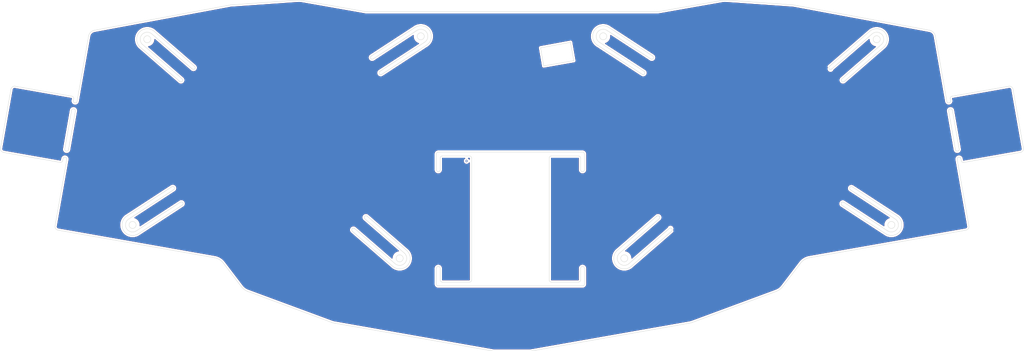
<source format=kicad_pcb>
(kicad_pcb (version 20211014) (generator pcbnew)
  (layers (0 "F.Cu" signal) (31 "B.Cu" signal) (34 "B.Paste" user) (35 "F.Paste" user) (36 "B.SilkS" user "B.Silkscreen") (37 "F.SilkS" user "F.Silkscreen") (38 "B.Mask" user) (39 "F.Mask" user) (44 "Edge.Cuts" user))
  (net 0 "")
  (gr_line (start 207.682197 204.356477) (end 217.37198 204.356477) (layer "Edge.Cuts") (width 0.1))
  (gr_line (start 231.412228 184.756731) (end 223.63417 184.756942) (layer "Edge.Cuts") (width 0.1))
  (gr_arc (start 105.958672 170.284217) (mid 103.237912 169.511249) (end 104.010886 166.79049) (layer "Edge.Cuts") (width 0.1))
  (gr_line (start 254.275999 107.961981) (end 272.207007 104.800261) (layer "Edge.Cuts") (width 0.1))
  (gr_line (start 191.08 180.866939) (end 191.08 185.31) (layer "Edge.Cuts") (width 0.1))
  (gr_line (start 341.220895 170.006758) (end 296.843327 177.831721) (layer "Edge.Cuts") (width 0.1))
  (gr_line (start 313.98 113.54) (end 302.462037 123.553983) (layer "Edge.Cuts") (width 0.1))
  (gr_line (start 336.874669 133.255176) (end 336.770324 132.657548) (layer "Edge.Cuts") (width 0.1))
  (gr_line (start 200.525 184.756942) (end 192.746942 184.756731) (layer "Edge.Cuts") (width 0.1))
  (gr_arc (start 185.212244 112.376178) (mid 189.293373 113.535636) (end 188.133924 117.616768) (layer "Edge.Cuts") (width 0.1))
  (gr_line (start 321.043289 166.79049) (end 308.483608 158.589612) (layer "Edge.Cuts") (width 0.1))
  (gr_arc (start 249.966878 124.944215) (mid 250.160097 125.62439) (end 249.479932 125.817647) (layer "Edge.Cuts") (width 0.1))
  (gr_line (start 246.486766 180.138548) (end 257.807848 170.298166) (layer "Edge.Cuts") (width 0.1))
  (gr_arc (start 246.486766 180.138548) (mid 242.244123 180.13855) (end 242.244125 175.895907) (layer "Edge.Cuts") (width 0.1))
  (gr_line (start 132.774641 106.096902) (end 94.135012 113.297435) (layer "Edge.Cuts") (width 0.1))
  (gr_line (start 92.531791 114.916291) (end 89.269585 133.446731) (layer "Edge.Cuts") (width 0.1))
  (gr_arc (start 321.530236 165.917059) (mid 322.689664 169.998179) (end 318.608556 171.157649) (layer "Edge.Cuts") (width 0.1))
  (gr_line (start 106.445619 171.157649) (end 119.063745 162.918608) (layer "Edge.Cuts") (width 0.1))
  (gr_arc (start 167.246327 170.298166) (mid 167.246317 169.591048) (end 167.953434 169.59106) (layer "Edge.Cuts") (width 0.1))
  (gr_line (start 110.563949 114.420709) (end 121.885031 124.26109) (layer "Edge.Cuts") (width 0.1))
  (gr_line (start 318.608556 171.157649) (end 306.048875 162.95677) (layer "Edge.Cuts") (width 0.1))
  (gr_circle (center 238.381091 114.996473) (end 239.381091 114.996473) (layer "Edge.Cuts") (width 0.1) (fill none))
  (gr_arc (start 223.07917 149.53) (mid 223.241038 149.1363) (end 223.63417 148.973058) (layer "Edge.Cuts") (width 0.1))
  (gr_arc (start 89.269585 133.446731) (mid 88.628768 133.895992) (end 88.179507 133.255176) (layer "Edge.Cuts") (width 0.1))
  (gr_line (start 201.08 184.2) (end 201.08 149.53) (layer "Edge.Cuts") (width 0.1))
  (gr_arc (start 192.19 149.528269) (mid 192.353242 149.135137) (end 192.746942 148.973269) (layer "Edge.Cuts") (width 0.1))
  (gr_line (start 231.96917 184.201731) (end 231.96917 180.866939) (layer "Edge.Cuts") (width 0.1))
  (gr_line (start 179.274516 179.431441) (end 167.953434 169.59106) (layer "Edge.Cuts") (width 0.1))
  (gr_line (start 87.840324 132.025914) (end 71.688689 129.177585) (layer "Edge.Cuts") (width 0.1))
  (gr_arc (start 83.833282 170.006758) (mid 83.187778 169.595527) (end 83.022122 168.848302) (layer "Edge.Cuts") (width 0.1))
  (gr_line (start 185.212244 112.376178) (end 172.652563 120.577056) (layer "Edge.Cuts") (width 0.1))
  (gr_arc (start 303.169144 124.26109) (mid 302.462036 124.26109) (end 302.462037 123.553983) (layer "Edge.Cuts") (width 0.1))
  (gr_arc (start 236.920251 117.616768) (mid 235.760761 113.535615) (end 239.84193 112.376178) (layer "Edge.Cuts") (width 0.1))
  (gr_line (start 340.539585 150.786731) (end 356.673485 147.938172) (layer "Edge.Cuts") (width 0.1))
  (gr_line (start 191.08 148.42) (end 191.08 152.863061) (layer "Edge.Cuts") (width 0.1))
  (gr_line (start 314.490226 114.420709) (end 303.169144 124.26109) (layer "Edge.Cuts") (width 0.1))
  (gr_line (start 171.47277 108.02275) (end 253.581405 108.02275) (layer "Edge.Cuts") (width 0.1))
  (gr_arc (start 340.539585 150.786731) (mid 340.126132 150.694818) (end 339.898768 150.33747) (layer "Edge.Cuts") (width 0.1))
  (gr_line (start 161.405682 196.192843) (end 137.608579 187.386744) (layer "Edge.Cuts") (width 0.1))
  (gr_arc (start 192.19 152.863061) (mid 191.635 153.418061) (end 191.08 152.863061) (layer "Edge.Cuts") (width 0.1))
  (gr_arc (start 86.850384 147.172051) (mid 86.209567 147.621312) (end 85.760306 146.980496) (layer "Edge.Cuts") (width 0.1))
  (gr_arc (start 321.043289 166.79049) (mid 321.816223 169.511226) (end 319.095503 170.284217) (layer "Edge.Cuts") (width 0.1))
  (gr_line (start 182.102943 176.603014) (end 170.781861 166.762633) (layer "Edge.Cuts") (width 0.1))
  (gr_line (start 223.63417 148.973058) (end 231.412228 148.973269) (layer "Edge.Cuts") (width 0.1))
  (gr_line (start 236.920251 117.616768) (end 249.479932 125.817647) (layer "Edge.Cuts") (width 0.1))
  (gr_line (start 107.028415 117.956243) (end 118.349497 127.796624) (layer "Edge.Cuts") (width 0.1))
  (gr_line (start 103.523939 165.917059) (end 116.08362 157.71618) (layer "Edge.Cuts") (width 0.1))
  (gr_arc (start 191.08 180.866939) (mid 191.635 180.311939) (end 192.19 180.866939) (layer "Edge.Cuts") (width 0.1))
  (gr_line (start 242.951232 176.603014) (end 254.272314 166.762633) (layer "Edge.Cuts") (width 0.1))
  (gr_line (start 239.84193 112.376178) (end 252.401612 120.577056) (layer "Edge.Cuts") (width 0.1))
  (gr_arc (start 106.445619 171.157649) (mid 102.364475 169.998199) (end 103.523939 165.917059) (layer "Edge.Cuts") (width 0.1))
  (gr_line (start 245.779659 179.431441) (end 257.100741 169.59106) (layer "Edge.Cuts") (width 0.1))
  (gr_arc (start 87.840324 132.025914) (mid 88.197672 132.253278) (end 88.289585 132.666731) (layer "Edge.Cuts") (width 0.1))
  (gr_arc (start 201.08 184.2) (mid 200.918132 184.5937) (end 200.525 184.756942) (layer "Edge.Cuts") (width 0.1))
  (gr_arc (start 87.680479 136.020851) (mid 88.321296 135.57159) (end 88.770557 136.212406) (layer "Edge.Cuts") (width 0.1))
  (gr_arc (start 171.47277 108.02275) (mid 171.124147 108.007529) (end 170.778178 107.961981) (layer "Edge.Cuts") (width 0.1))
  (gr_line (start 318.02576 117.956243) (end 306.704678 127.796624) (layer "Edge.Cuts") (width 0.1))
  (gr_arc (start 116.08362 157.71618) (mid 116.804195 157.841371) (end 116.629012 158.55145) (layer "Edge.Cuts") (width 0.1))
  (gr_line (start 239.354984 113.249609) (end 251.914665 121.450488) (layer "Edge.Cuts") (width 0.1))
  (gr_arc (start 308.483608 158.589612) (mid 308.290347 157.909413) (end 308.970555 157.71618) (layer "Edge.Cuts") (width 0.1))
  (gr_arc (start 231.96917 180.866939) (mid 232.52417 180.311939) (end 233.07917 180.866939) (layer "Edge.Cuts") (width 0.1))
  (gr_line (start 83.833282 170.006758) (end 128.21085 177.831721) (layer "Edge.Cuts") (width 0.1))
  (gr_arc (start 254.275999 107.961981) (mid 253.930029 108.007529) (end 253.581406 108.02275) (layer "Edge.Cuts") (width 0.1))
  (gr_arc (start 207.682197 204.356477) (mid 207.333574 204.341256) (end 206.987604 204.295708) (layer "Edge.Cuts") (width 0.1))
  (gr_arc (start 92.531791 114.916291) (mid 93.080518 113.856422) (end 94.135012 113.297435) (layer "Edge.Cuts") (width 0.1))
  (gr_line (start 292.50351 106.138639) (end 330.919165 113.297435) (layer "Edge.Cuts") (width 0.1))
  (gr_arc (start 342.032055 168.848302) (mid 341.866399 169.595527) (end 341.220895 170.006758) (layer "Edge.Cuts") (width 0.1))
  (gr_line (start 335.784592 133.446731) (end 332.522386 114.916291) (layer "Edge.Cuts") (width 0.1))
  (gr_line (start 187.646977 116.743336) (end 175.087296 124.944215) (layer "Edge.Cuts") (width 0.1))
  (gr_arc (start 257.100741 169.59106) (mid 257.807847 169.59106) (end 257.807848 170.298166) (layer "Edge.Cuts") (width 0.1))
  (gr_line (start 353.365487 129.177585) (end 337.219585 132.016731) (layer "Edge.Cuts") (width 0.1))
  (gr_arc (start 122.592137 123.553983) (mid 122.592119 124.261071) (end 121.885031 124.26109) (layer "Edge.Cuts") (width 0.1))
  (gr_arc (start 357.484644 146.779717) (mid 357.318988 147.526941) (end 356.673485 147.938172) (layer "Edge.Cuts") (width 0.1))
  (gr_line (start 232.522228 185.865) (end 191.636942 185.865) (layer "Edge.Cuts") (width 0.1))
  (gr_arc (start 107.735522 117.25) (mid 107.734854 114.420905) (end 110.563949 114.420709) (layer "Edge.Cuts") (width 0.1))
  (gr_line (start 237.407197 116.743336) (end 249.966878 124.944215) (layer "Edge.Cuts") (width 0.1))
  (gr_line (start 192.19 149.528269) (end 192.19 152.863061) (layer "Edge.Cuts") (width 0.1))
  (gr_line (start 229.139585 116.686731) (end 230.049585 121.906731) (layer "Edge.Cuts") (width 0.1))
  (gr_line (start 192.19 180.866939) (end 192.19 184.201731) (layer "Edge.Cuts") (width 0.1))
  (gr_arc (start 191.636942 185.865) (mid 191.243242 185.703132) (end 191.08 185.31) (layer "Edge.Cuts") (width 0.1))
  (gr_line (start 132.774641 106.096902) (end 151.871027 104.749413) (layer "Edge.Cuts") (width 0.1))
  (gr_arc (start 128.21085 177.831721) (mid 129.596842 178.354505) (end 130.697393 179.346003) (layer "Edge.Cuts") (width 0.1))
  (gr_line (start 337.373698 136.020851) (end 339.293871 146.980496) (layer "Edge.Cuts") (width 0.1))
  (gr_line (start 342.032055 168.848302) (end 338.702821 149.937726) (layer "Edge.Cuts") (width 0.1))
  (gr_line (start 292.052271 106.080865) (end 273.18315 104.749413) (layer "Edge.Cuts") (width 0.1))
  (gr_arc (start 223.63417 184.756942) (mid 223.241038 184.5937) (end 223.07917 184.2) (layer "Edge.Cuts") (width 0.1))
  (gr_line (start 85.760306 146.980496) (end 87.680479 136.020851) (layer "Edge.Cuts") (width 0.1))
  (gr_line (start 152.84717 104.800261) (end 170.778178 107.961981) (layer "Edge.Cuts") (width 0.1))
  (gr_arc (start 162.099287 196.380686) (mid 161.748261 196.302361) (end 161.405682 196.192843) (layer "Edge.Cuts") (width 0.1))
  (gr_line (start 107.735522 117.25) (end 119.056604 127.089517) (layer "Edge.Cuts") (width 0.1))
  (gr_arc (start 231.412228 148.973269) (mid 231.805928 149.135137) (end 231.96917 149.528269) (layer "Edge.Cuts") (width 0.1))
  (gr_arc (start 306.048875 162.95677) (mid 305.855589 162.276556) (end 306.535822 162.083339) (layer "Edge.Cuts") (width 0.1))
  (gr_arc (start 200.525 148.973058) (mid 200.918132 149.1363) (end 201.08 149.53) (layer "Edge.Cuts") (width 0.1))
  (gr_line (start 88.289585 132.666731) (end 88.179508 133.255176) (layer "Edge.Cuts") (width 0.1))
  (gr_line (start 182.81005 175.895907) (end 171.488968 166.055526) (layer "Edge.Cuts") (width 0.1))
  (gr_arc (start 314.490226 114.420709) (mid 317.319322 114.420905) (end 317.318653 117.25) (layer "Edge.Cuts") (width 0.1))
  (gr_arc (start 218.066572 204.295708) (mid 217.720603 204.341256) (end 217.37198 204.356477) (layer "Edge.Cuts") (width 0.1))
  (gr_circle (center 186.673084 114.996473) (end 187.673084 114.996473) (layer "Edge.Cuts") (width 0.1) (fill none))
  (gr_arc (start 237.407197 116.743336) (mid 236.634194 114.02256) (end 239.354984 113.249609) (layer "Edge.Cuts") (width 0.1))
  (gr_arc (start 137.608579 187.386744) (mid 136.61772 186.851111) (end 135.815641 186.060306) (layer "Edge.Cuts") (width 0.1))
  (gr_arc (start 336.87467 133.255176) (mid 336.425408 133.895992) (end 335.784592 133.446731) (layer "Edge.Cuts") (width 0.1))
  (gr_line (start 233.07917 152.863061) (end 233.07917 148.42) (layer "Edge.Cuts") (width 0.1))
  (gr_line (start 357.484644 146.779717) (end 354.523943 129.988744) (layer "Edge.Cuts") (width 0.1))
  (gr_arc (start 338.702821 149.937726) (mid 339.152083 149.29691) (end 339.792899 149.746171) (layer "Edge.Cuts") (width 0.1))
  (gr_arc (start 336.770324 132.657548) (mid 336.862237 132.244095) (end 337.219585 132.016731) (layer "Edge.Cuts") (width 0.1))
  (gr_line (start 220.629585 118.256731) (end 221.519585 123.416731) (layer "Edge.Cuts") (width 0.1))
  (gr_arc (start 252.401612 120.577056) (mid 252.594784 121.257207) (end 251.914665 121.450488) (layer "Edge.Cuts") (width 0.1))
  (gr_line (start 231.96917 152.863061) (end 231.96917 149.528269) (layer "Edge.Cuts") (width 0.1))
  (gr_circle (center 244.365446 178.017227) (end 245.365446 178.017227) (layer "Edge.Cuts") (width 0.1) (fill none))
  (gr_line (start 317.318653 117.25) (end 305.997571 127.089517) (layer "Edge.Cuts") (width 0.1))
  (gr_line (start 319.095503 170.284217) (end 306.535822 162.083339) (layer "Edge.Cuts") (width 0.1))
  (gr_line (start 263.648494 196.192843) (end 287.445597 187.386744) (layer "Edge.Cuts") (width 0.1))
  (gr_line (start 86.850384 147.172051) (end 88.770557 136.212406) (layer "Edge.Cuts") (width 0.1))
  (gr_arc (start 245.779659 179.431441) (mid 242.951255 179.431418) (end 242.951232 176.603014) (layer "Edge.Cuts") (width 0.1))
  (gr_arc (start 192.746942 184.756731) (mid 192.353242 184.594863) (end 192.19 184.201731) (layer "Edge.Cuts") (width 0.1))
  (gr_line (start 242.244125 175.895907) (end 253.565207 166.055526) (layer "Edge.Cuts") (width 0.1))
  (gr_circle (center 320.069396 168.537354) (end 321.069396 168.537354) (layer "Edge.Cuts") (width 0.1) (fill none))
  (gr_arc (start 85.261278 149.746171) (mid 85.902095 149.29691) (end 86.351356 149.937726) (layer "Edge.Cuts") (width 0.1))
  (gr_arc (start 263.648494 196.192843) (mid 263.305915 196.302361) (end 262.954889 196.380686) (layer "Edge.Cuts") (width 0.1))
  (gr_line (start 191.636942 147.865) (end 232.522228 147.865) (layer "Edge.Cuts") (width 0.1))
  (gr_circle (center 104.984779 168.537354) (end 105.984779 168.537354) (layer "Edge.Cuts") (width 0.1) (fill none))
  (gr_arc (start 289.238535 186.060306) (mid 288.436456 186.851111) (end 287.445597 187.386744) (layer "Edge.Cuts") (width 0.1))
  (gr_arc (start 253.565207 166.055526) (mid 254.272315 166.055525) (end 254.272314 166.762633) (layer "Edge.Cuts") (width 0.1))
  (gr_arc (start 182.102943 176.603014) (mid 182.10292 179.431418) (end 179.274516 179.431441) (layer "Edge.Cuts") (width 0.1))
  (gr_line (start 86.351356 149.937726) (end 83.022122 168.848302) (layer "Edge.Cuts") (width 0.1))
  (gr_arc (start 353.365487 129.177585) (mid 354.112712 129.34324) (end 354.523943 129.988744) (layer "Edge.Cuts") (width 0.1))
  (gr_arc (start 151.871027 104.749413) (mid 152.360654 104.744985) (end 152.84717 104.800261) (layer "Edge.Cuts") (width 0.1))
  (gr_line (start 339.792899 149.746171) (end 339.898768 150.33747) (layer "Edge.Cuts") (width 0.1))
  (gr_line (start 111.271055 113.713602) (end 122.592137 123.553983) (layer "Edge.Cuts") (width 0.1))
  (gr_line (start 206.987604 204.295708) (end 162.099287 196.380686) (layer "Edge.Cuts") (width 0.1))
  (gr_arc (start 85.150402 150.32747) (mid 84.923038 150.684818) (end 84.509585 150.776731) (layer "Edge.Cuts") (width 0.1))
  (gr_line (start 218.066572 204.295708) (end 262.954889 196.380686) (layer "Edge.Cuts") (width 0.1))
  (gr_line (start 105.958672 170.284217) (end 118.518353 162.083339) (layer "Edge.Cuts") (width 0.1))
  (gr_circle (center 315.90444 115.834922) (end 316.90444 115.834922) (layer "Edge.Cuts") (width 0.1) (fill none))
  (gr_arc (start 232.522228 147.865) (mid 232.915928 148.026868) (end 233.07917 148.42) (layer "Edge.Cuts") (width 0.1))
  (gr_arc (start 118.518353 162.083339) (mid 119.238927 162.20853) (end 119.063745 162.918608) (layer "Edge.Cuts") (width 0.1))
  (gr_line (start 104.010886 166.79049) (end 116.629012 158.55145) (layer "Edge.Cuts") (width 0.1))
  (gr_arc (start 292.052271 106.080865) (mid 292.27871 106.103351) (end 292.50351 106.138639) (layer "Edge.Cuts") (width 0.1))
  (gr_arc (start 294.356784 179.346003) (mid 295.457334 178.354505) (end 296.843327 177.831721) (layer "Edge.Cuts") (width 0.1))
  (gr_line (start 223.07917 149.53) (end 223.07917 184.2) (layer "Edge.Cuts") (width 0.1))
  (gr_arc (start 68.380692 147.938172) (mid 67.735189 147.526941) (end 67.569532 146.779717) (layer "Edge.Cuts") (width 0.1))
  (gr_circle (center 109.149735 115.834922) (end 110.149735 115.834922) (layer "Edge.Cuts") (width 0.1) (fill none))
  (gr_arc (start 233.07917 152.863061) (mid 232.52417 153.418061) (end 231.96917 152.863061) (layer "Edge.Cuts") (width 0.1))
  (gr_line (start 178.567409 180.138548) (end 167.246327 170.298166) (layer "Edge.Cuts") (width 0.1))
  (gr_line (start 188.133924 117.616768) (end 175.574243 125.817647) (layer "Edge.Cuts") (width 0.1))
  (gr_arc (start 70.530234 129.988744) (mid 70.941465 129.343241) (end 71.688689 129.177585) (layer "Edge.Cuts") (width 0.1))
  (gr_line (start 85.150402 150.32747) (end 85.261278 149.746171) (layer "Edge.Cuts") (width 0.1))
  (gr_line (start 192.746942 148.973269) (end 200.525 148.973058) (layer "Edge.Cuts") (width 0.1))
  (gr_line (start 289.238535 186.060306) (end 294.356784 179.346003) (layer "Edge.Cuts") (width 0.1))
  (gr_circle (center 180.688729 178.017227) (end 181.688729 178.017227) (layer "Edge.Cuts") (width 0.1) (fill none))
  (gr_arc (start 306.704678 127.796624) (mid 305.997571 127.796624) (end 305.997571 127.089517) (layer "Edge.Cuts") (width 0.1))
  (gr_arc (start 313.98 113.54) (mid 318.116441 113.811869) (end 318.02576 117.956243) (layer "Edge.Cuts") (width 0.1))
  (gr_arc (start 182.81005 175.895907) (mid 182.810034 180.138532) (end 178.567409 180.138548) (layer "Edge.Cuts") (width 0.1))
  (gr_arc (start 173.13951 121.450488) (mid 172.45932 121.257246) (end 172.652563 120.577056) (layer "Edge.Cuts") (width 0.1))
  (gr_arc (start 339.293871 146.980496) (mid 338.844609 147.621312) (end 338.203793 147.172051) (layer "Edge.Cuts") (width 0.1))
  (gr_line (start 185.699191 113.249609) (end 173.13951 121.450488) (layer "Edge.Cuts") (width 0.1))
  (gr_arc (start 231.96917 184.201731) (mid 231.805928 184.594863) (end 231.412228 184.756731) (layer "Edge.Cuts") (width 0.1))
  (gr_arc (start 191.08 148.42) (mid 191.243242 148.026868) (end 191.636942 147.865) (layer "Edge.Cuts") (width 0.1))
  (gr_arc (start 175.574243 125.817647) (mid 174.894051 125.624406) (end 175.087296 124.944215) (layer "Edge.Cuts") (width 0.1))
  (gr_arc (start 272.207007 104.800261) (mid 272.693523 104.744985) (end 273.18315 104.749413) (layer "Edge.Cuts") (width 0.1))
  (gr_arc (start 119.056604 127.089517) (mid 119.056586 127.796606) (end 118.349497 127.796624) (layer "Edge.Cuts") (width 0.1))
  (gr_line (start 233.07917 185.31) (end 233.07917 180.866939) (layer "Edge.Cuts") (width 0.1))
  (gr_arc (start 330.919165 113.297435) (mid 331.97366 113.856421) (end 332.522386 114.916291) (layer "Edge.Cuts") (width 0.1))
  (gr_arc (start 336.28362 136.212406) (mid 336.732882 135.57159) (end 337.373698 136.020851) (layer "Edge.Cuts") (width 0.1))
  (gr_arc (start 170.781861 166.762633) (mid 170.781854 166.055519) (end 171.488968 166.055526) (layer "Edge.Cuts") (width 0.1))
  (gr_line (start 70.530234 129.988744) (end 67.569532 146.779717) (layer "Edge.Cuts") (width 0.1))
  (gr_line (start 135.815641 186.060306) (end 130.697393 179.346003) (layer "Edge.Cuts") (width 0.1))
  (gr_line (start 336.28362 136.212406) (end 338.203793 147.172051) (layer "Edge.Cuts") (width 0.1))
  (gr_line (start 230.049585 121.906731) (end 221.519585 123.416731) (layer "Edge.Cuts") (width 0.1))
  (gr_arc (start 107.028415 117.956243) (mid 107.028388 113.713576) (end 111.271055 113.713602) (layer "Edge.Cuts") (width 0.1))
  (gr_arc (start 233.07917 185.31) (mid 232.915928 185.703132) (end 232.522228 185.865) (layer "Edge.Cuts") (width 0.1))
  (gr_line (start 321.530236 165.917059) (end 308.970555 157.71618) (layer "Edge.Cuts") (width 0.1))
  (gr_line (start 84.509585 150.776731) (end 68.380692 147.938172) (layer "Edge.Cuts") (width 0.1))
  (gr_arc (start 185.699191 113.249609) (mid 188.419935 114.022587) (end 187.646977 116.743336) (layer "Edge.Cuts") (width 0.1))
  (gr_line (start 229.139585 116.686731) (end 220.629585 118.256731) (layer "Edge.Cuts") (width 0.1))
  (via (at 199.66 150.39) (size 0.6) (drill 0.3) (layers "F.Cu" "B.Cu") (net 0))
  (zone (net 0) (net_name "") (layer "F.Cu") (connect_pads (clearance 0.508)) (min_thickness 0.254) (fill yes (thermal_gap 0.508) (thermal_bridge_width 0.508))
    (polygon (pts (xy 292.269585 106.086731) (xy 332.279585 113.556731) (xy 335.589585 132.306731) (xy 354.349585 129.006731) (xy 357.659585 147.766731) (xy 338.919585 151.066731) (xy 342.199585 169.836731) (xy 295.319585 178.106731) (xy 288.559585 186.966731) (xy 263.279585 196.316731) (xy 217.749585 204.346731) (xy 207.379585 204.346731) (xy 161.719585 196.306731) (xy 136.579585 187.016731) (xy 129.719585 178.096731) (xy 82.849585 169.826731) (xy 86.149585 151.066731) (xy 67.409585 147.756731) (xy 70.709585 129.006731) (xy 89.479585 132.306731) (xy 92.779585 113.556731) (xy 132.759585 106.096731) (xy 152.359585 104.706731) (xy 171.129585 108.016731) (xy 253.929585 108.016731) (xy 272.679585 104.716731)))
  )
  (zone (net 0) (net_name "") (layer "F.Cu") (connect_pads (clearance 0)) (min_thickness 0.254)
    (keepout (tracks not_allowed) (vias not_allowed) (pads not_allowed) (copperpour not_allowed) (footprints allowed))
    (fill (thermal_gap 0.508) (thermal_bridge_width 0.508))
    (polygon (pts (xy 317.90924 115.84) (xy 317.889195 115.556896) (xy 317.82946 115.27944) (xy 317.731228 115.013169) (xy 317.596457 114.763395) (xy 317.427838 114.535103) (xy 317.228734 114.332847) (xy 317.003119 114.160662) (xy 316.755493 114.021985) (xy 316.490798 113.919582) (xy 316.214314 113.855497) (xy 315.93156 113.831008) (xy 315.648175 113.846603) (xy 315.369816 113.901973) (xy 315.102035 113.996011) (xy 314.850175 114.126841) (xy 314.619262 114.291854) (xy 314.413904 114.487756) (xy 314.238197 114.71064) (xy 314.095647 114.956057) (xy 313.989099 115.219111) (xy 313.920679 115.494553) (xy 313.891751 115.776888) (xy 313.902894 116.060483) (xy 313.953884 116.339678) (xy 314.043704 116.608903) (xy 314.170563 116.862786) (xy 314.331928 117.096263) (xy 314.524581 117.304673) (xy 314.744676 117.483859) (xy 314.987824 117.630246) (xy 315.249172 117.740913) (xy 315.523506 117.813651) (xy 315.805352 117.847009) (xy 316.089086 117.840323) (xy 316.369048 117.793725) (xy 316.639651 117.708144) (xy 316.895495 117.585289) (xy 317.131477 117.427611) (xy 317.342888 117.238256) (xy 317.525509 117.021002) (xy 317.675697 116.780183) (xy 317.790455 116.520606) (xy 317.867494 116.247448) (xy 317.905275 115.966161)))
  )
  (zone (net 0) (net_name "") (layers F&B.Cu) (connect_pads (clearance 0)) (min_thickness 0.254)
    (keepout (tracks not_allowed) (vias not_allowed) (pads not_allowed) (copperpour not_allowed) (footprints allowed))
    (fill (thermal_gap 0.508) (thermal_bridge_width 0.508))
    (polygon (pts (xy 182.68924 178.01) (xy 182.669195 177.726896) (xy 182.60946 177.44944) (xy 182.511228 177.183169) (xy 182.376457 176.933395) (xy 182.207838 176.705103) (xy 182.008734 176.502847) (xy 181.783119 176.330662) (xy 181.535493 176.191985) (xy 181.270798 176.089582) (xy 180.994314 176.025497) (xy 180.71156 176.001008) (xy 180.428175 176.016603) (xy 180.149816 176.071973) (xy 179.882035 176.166011) (xy 179.630175 176.296841) (xy 179.399262 176.461854) (xy 179.193904 176.657756) (xy 179.018197 176.88064) (xy 178.875647 177.126057) (xy 178.769099 177.389111) (xy 178.700679 177.664553) (xy 178.671751 177.946888) (xy 178.682894 178.230483) (xy 178.733884 178.509678) (xy 178.823704 178.778903) (xy 178.950563 179.032786) (xy 179.111928 179.266263) (xy 179.304581 179.474673) (xy 179.524676 179.653859) (xy 179.767824 179.800246) (xy 180.029172 179.910913) (xy 180.303506 179.983651) (xy 180.585352 180.017009) (xy 180.869086 180.010323) (xy 181.149048 179.963725) (xy 181.419651 179.878144) (xy 181.675495 179.755289) (xy 181.911477 179.597611) (xy 182.122888 179.408256) (xy 182.305509 179.191002) (xy 182.455697 178.950183) (xy 182.570455 178.690606) (xy 182.647494 178.417448) (xy 182.685275 178.136161)))
  )
  (zone (net 0) (net_name "") (layers F&B.Cu) (connect_pads (clearance 0)) (min_thickness 0.254)
    (keepout (tracks not_allowed) (vias not_allowed) (pads not_allowed) (copperpour not_allowed) (footprints allowed))
    (fill (thermal_gap 0.508) (thermal_bridge_width 0.508))
    (polygon (pts (xy 322.07924 168.55) (xy 322.059195 168.266896) (xy 321.99946 167.98944) (xy 321.901228 167.723169) (xy 321.766457 167.473395) (xy 321.597838 167.245103) (xy 321.398734 167.042847) (xy 321.173119 166.870662) (xy 320.925493 166.731985) (xy 320.660798 166.629582) (xy 320.384314 166.565497) (xy 320.10156 166.541008) (xy 319.818175 166.556603) (xy 319.539816 166.611973) (xy 319.272035 166.706011) (xy 319.020175 166.836841) (xy 318.789262 167.001854) (xy 318.583904 167.197756) (xy 318.408197 167.42064) (xy 318.265647 167.666057) (xy 318.159099 167.929111) (xy 318.090679 168.204553) (xy 318.061751 168.486888) (xy 318.072894 168.770483) (xy 318.123884 169.049678) (xy 318.213704 169.318903) (xy 318.340563 169.572786) (xy 318.501928 169.806263) (xy 318.694581 170.014673) (xy 318.914676 170.193859) (xy 319.157824 170.340246) (xy 319.419172 170.450913) (xy 319.693506 170.523651) (xy 319.975352 170.557009) (xy 320.259086 170.550323) (xy 320.539048 170.503725) (xy 320.809651 170.418144) (xy 321.065495 170.295289) (xy 321.301477 170.137611) (xy 321.512888 169.948256) (xy 321.695509 169.731002) (xy 321.845697 169.490183) (xy 321.960455 169.230606) (xy 322.037494 168.957448) (xy 322.075275 168.676161)))
  )
  (zone (net 0) (net_name "") (layers F&B.Cu) (connect_pads (clearance 0)) (min_thickness 0.254)
    (keepout (tracks not_allowed) (vias not_allowed) (pads not_allowed) (copperpour not_allowed) (footprints allowed))
    (fill (thermal_gap 0.508) (thermal_bridge_width 0.508))
    (polygon (pts (xy 106.99924 168.54) (xy 106.979195 168.256896) (xy 106.91946 167.97944) (xy 106.821228 167.713169) (xy 106.686457 167.463395) (xy 106.517838 167.235103) (xy 106.318734 167.032847) (xy 106.093119 166.860662) (xy 105.845493 166.721985) (xy 105.580798 166.619582) (xy 105.304314 166.555497) (xy 105.02156 166.531008) (xy 104.738175 166.546603) (xy 104.459816 166.601973) (xy 104.192035 166.696011) (xy 103.940175 166.826841) (xy 103.709262 166.991854) (xy 103.503904 167.187756) (xy 103.328197 167.41064) (xy 103.185647 167.656057) (xy 103.079099 167.919111) (xy 103.010679 168.194553) (xy 102.981751 168.476888) (xy 102.992894 168.760483) (xy 103.043884 169.039678) (xy 103.133704 169.308903) (xy 103.260563 169.562786) (xy 103.421928 169.796263) (xy 103.614581 170.004673) (xy 103.834676 170.183859) (xy 104.077824 170.330246) (xy 104.339172 170.440913) (xy 104.613506 170.513651) (xy 104.895352 170.547009) (xy 105.179086 170.540323) (xy 105.459048 170.493725) (xy 105.729651 170.408144) (xy 105.985495 170.285289) (xy 106.221477 170.127611) (xy 106.432888 169.938256) (xy 106.615509 169.721002) (xy 106.765697 169.480183) (xy 106.880455 169.220606) (xy 106.957494 168.947448) (xy 106.995275 168.666161)))
  )
  (zone (net 0) (net_name "") (layers F&B.Cu) (connect_pads (clearance 0)) (min_thickness 0.254)
    (keepout (tracks not_allowed) (vias not_allowed) (pads not_allowed) (copperpour not_allowed) (footprints allowed))
    (fill (thermal_gap 0.508) (thermal_bridge_width 0.508))
    (polygon (pts (xy 317.90924 115.84) (xy 317.889195 115.556896) (xy 317.82946 115.27944) (xy 317.731228 115.013169) (xy 317.596457 114.763395) (xy 317.427838 114.535103) (xy 317.228734 114.332847) (xy 317.003119 114.160662) (xy 316.755493 114.021985) (xy 316.490798 113.919582) (xy 316.214314 113.855497) (xy 315.93156 113.831008) (xy 315.648175 113.846603) (xy 315.369816 113.901973) (xy 315.102035 113.996011) (xy 314.850175 114.126841) (xy 314.619262 114.291854) (xy 314.413904 114.487756) (xy 314.238197 114.71064) (xy 314.095647 114.956057) (xy 313.989099 115.219111) (xy 313.920679 115.494553) (xy 313.891751 115.776888) (xy 313.902894 116.060483) (xy 313.953884 116.339678) (xy 314.043704 116.608903) (xy 314.170563 116.862786) (xy 314.331928 117.096263) (xy 314.524581 117.304673) (xy 314.744676 117.483859) (xy 314.987824 117.630246) (xy 315.249172 117.740913) (xy 315.523506 117.813651) (xy 315.805352 117.847009) (xy 316.089086 117.840323) (xy 316.369048 117.793725) (xy 316.639651 117.708144) (xy 316.895495 117.585289) (xy 317.131477 117.427611) (xy 317.342888 117.238256) (xy 317.525509 117.021002) (xy 317.675697 116.780183) (xy 317.790455 116.520606) (xy 317.867494 116.247448) (xy 317.905275 115.966161)))
  )
  (zone (net 0) (net_name "") (layers F&B.Cu) (connect_pads (clearance 0)) (min_thickness 0.254)
    (keepout (tracks not_allowed) (vias not_allowed) (pads not_allowed) (copperpour not_allowed) (footprints allowed))
    (fill (thermal_gap 0.508) (thermal_bridge_width 0.508))
    (polygon (pts (xy 246.38924 178.01) (xy 246.369195 177.726896) (xy 246.30946 177.44944) (xy 246.211228 177.183169) (xy 246.076457 176.933395) (xy 245.907838 176.705103) (xy 245.708734 176.502847) (xy 245.483119 176.330662) (xy 245.235493 176.191985) (xy 244.970798 176.089582) (xy 244.694314 176.025497) (xy 244.41156 176.001008) (xy 244.128175 176.016603) (xy 243.849816 176.071973) (xy 243.582035 176.166011) (xy 243.330175 176.296841) (xy 243.099262 176.461854) (xy 242.893904 176.657756) (xy 242.718197 176.88064) (xy 242.575647 177.126057) (xy 242.469099 177.389111) (xy 242.400679 177.664553) (xy 242.371751 177.946888) (xy 242.382894 178.230483) (xy 242.433884 178.509678) (xy 242.523704 178.778903) (xy 242.650563 179.032786) (xy 242.811928 179.266263) (xy 243.004581 179.474673) (xy 243.224676 179.653859) (xy 243.467824 179.800246) (xy 243.729172 179.910913) (xy 244.003506 179.983651) (xy 244.285352 180.017009) (xy 244.569086 180.010323) (xy 244.849048 179.963725) (xy 245.119651 179.878144) (xy 245.375495 179.755289) (xy 245.611477 179.597611) (xy 245.822888 179.408256) (xy 246.005509 179.191002) (xy 246.155697 178.950183) (xy 246.270455 178.690606) (xy 246.347494 178.417448) (xy 246.385275 178.136161)))
  )
  (zone (net 0) (net_name "") (layers F&B.Cu) (connect_pads (clearance 0)) (min_thickness 0.254)
    (keepout (tracks not_allowed) (vias not_allowed) (pads not_allowed) (copperpour not_allowed) (footprints allowed))
    (fill (thermal_gap 0.508) (thermal_bridge_width 0.508))
    (polygon (pts (xy 188.67924 115) (xy 188.659195 114.716896) (xy 188.59946 114.43944) (xy 188.501228 114.173169) (xy 188.366457 113.923395) (xy 188.197838 113.695103) (xy 187.998734 113.492847) (xy 187.773119 113.320662) (xy 187.525493 113.181985) (xy 187.260798 113.079582) (xy 186.984314 113.015497) (xy 186.70156 112.991008) (xy 186.418175 113.006603) (xy 186.139816 113.061973) (xy 185.872035 113.156011) (xy 185.620175 113.286841) (xy 185.389262 113.451854) (xy 185.183904 113.647756) (xy 185.008197 113.87064) (xy 184.865647 114.116057) (xy 184.759099 114.379111) (xy 184.690679 114.654553) (xy 184.661751 114.936888) (xy 184.672894 115.220483) (xy 184.723884 115.499678) (xy 184.813704 115.768903) (xy 184.940563 116.022786) (xy 185.101928 116.256263) (xy 185.294581 116.464673) (xy 185.514676 116.643859) (xy 185.757824 116.790246) (xy 186.019172 116.900913) (xy 186.293506 116.973651) (xy 186.575352 117.007009) (xy 186.859086 117.000323) (xy 187.139048 116.953725) (xy 187.409651 116.868144) (xy 187.665495 116.745289) (xy 187.901477 116.587611) (xy 188.112888 116.398256) (xy 188.295509 116.181002) (xy 188.445697 115.940183) (xy 188.560455 115.680606) (xy 188.637494 115.407448) (xy 188.675275 115.126161)))
  )
  (zone (net 0) (net_name "") (layers F&B.Cu) (connect_pads (clearance 0)) (min_thickness 0.254)
    (keepout (tracks not_allowed) (vias not_allowed) (pads not_allowed) (copperpour not_allowed) (footprints allowed))
    (fill (thermal_gap 0.508) (thermal_bridge_width 0.508))
    (polygon (pts (xy 111.16924 115.84) (xy 111.149195 115.556896) (xy 111.08946 115.27944) (xy 110.991228 115.013169) (xy 110.856457 114.763395) (xy 110.687838 114.535103) (xy 110.488734 114.332847) (xy 110.263119 114.160662) (xy 110.015493 114.021985) (xy 109.750798 113.919582) (xy 109.474314 113.855497) (xy 109.19156 113.831008) (xy 108.908175 113.846603) (xy 108.629816 113.901973) (xy 108.362035 113.996011) (xy 108.110175 114.126841) (xy 107.879262 114.291854) (xy 107.673904 114.487756) (xy 107.498197 114.71064) (xy 107.355647 114.956057) (xy 107.249099 115.219111) (xy 107.180679 115.494553) (xy 107.151751 115.776888) (xy 107.162894 116.060483) (xy 107.213884 116.339678) (xy 107.303704 116.608903) (xy 107.430563 116.862786) (xy 107.591928 117.096263) (xy 107.784581 117.304673) (xy 108.004676 117.483859) (xy 108.247824 117.630246) (xy 108.509172 117.740913) (xy 108.783506 117.813651) (xy 109.065352 117.847009) (xy 109.349086 117.840323) (xy 109.629048 117.793725) (xy 109.899651 117.708144) (xy 110.155495 117.585289) (xy 110.391477 117.427611) (xy 110.602888 117.238256) (xy 110.785509 117.021002) (xy 110.935697 116.780183) (xy 111.050455 116.520606) (xy 111.127494 116.247448) (xy 111.165275 115.966161)))
  )
  (zone (net 0) (net_name "") (layers F&B.Cu) (connect_pads (clearance 0)) (min_thickness 0.254)
    (keepout (tracks not_allowed) (vias not_allowed) (pads not_allowed) (copperpour not_allowed) (footprints allowed))
    (fill (thermal_gap 0.508) (thermal_bridge_width 0.508))
    (polygon (pts (xy 240.38924 115) (xy 240.369195 114.716896) (xy 240.30946 114.43944) (xy 240.211228 114.173169) (xy 240.076457 113.923395) (xy 239.907838 113.695103) (xy 239.708734 113.492847) (xy 239.483119 113.320662) (xy 239.235493 113.181985) (xy 238.970798 113.079582) (xy 238.694314 113.015497) (xy 238.41156 112.991008) (xy 238.128175 113.006603) (xy 237.849816 113.061973) (xy 237.582035 113.156011) (xy 237.330175 113.286841) (xy 237.099262 113.451854) (xy 236.893904 113.647756) (xy 236.718197 113.87064) (xy 236.575647 114.116057) (xy 236.469099 114.379111) (xy 236.400679 114.654553) (xy 236.371751 114.936888) (xy 236.382894 115.220483) (xy 236.433884 115.499678) (xy 236.523704 115.768903) (xy 236.650563 116.022786) (xy 236.811928 116.256263) (xy 237.004581 116.464673) (xy 237.224676 116.643859) (xy 237.467824 116.790246) (xy 237.729172 116.900913) (xy 238.003506 116.973651) (xy 238.285352 117.007009) (xy 238.569086 117.000323) (xy 238.849048 116.953725) (xy 239.119651 116.868144) (xy 239.375495 116.745289) (xy 239.611477 116.587611) (xy 239.822888 116.398256) (xy 240.005509 116.181002) (xy 240.155697 115.940183) (xy 240.270455 115.680606) (xy 240.347494 115.407448) (xy 240.385275 115.126161)))
  )
  (zone (net 0) (net_name "") (layer "B.Cu") (connect_pads (clearance 0.508)) (min_thickness 0.254) (fill yes (thermal_gap 0.508) (thermal_bridge_width 0.508))
    (polygon (pts (xy 292.269585 106.086731) (xy 332.279585 113.556731) (xy 335.589585 132.306731) (xy 354.349585 129.006731) (xy 357.659585 147.766731) (xy 338.919585 151.066731) (xy 342.199585 169.836731) (xy 295.319585 178.106731) (xy 288.559585 186.966731) (xy 263.279585 196.316731) (xy 217.749585 204.346731) (xy 207.379585 204.346731) (xy 161.719585 196.306731) (xy 136.579585 187.016731) (xy 129.719585 178.096731) (xy 82.849585 169.826731) (xy 86.149585 151.066731) (xy 67.409585 147.756731) (xy 70.709585 129.006731) (xy 89.479585 132.306731) (xy 92.779585 113.556731) (xy 132.759585 106.096731) (xy 152.359585 104.706731) (xy 171.129585 108.016731) (xy 253.929585 108.016731) (xy 272.679585 104.716731)))
  )
)
</source>
